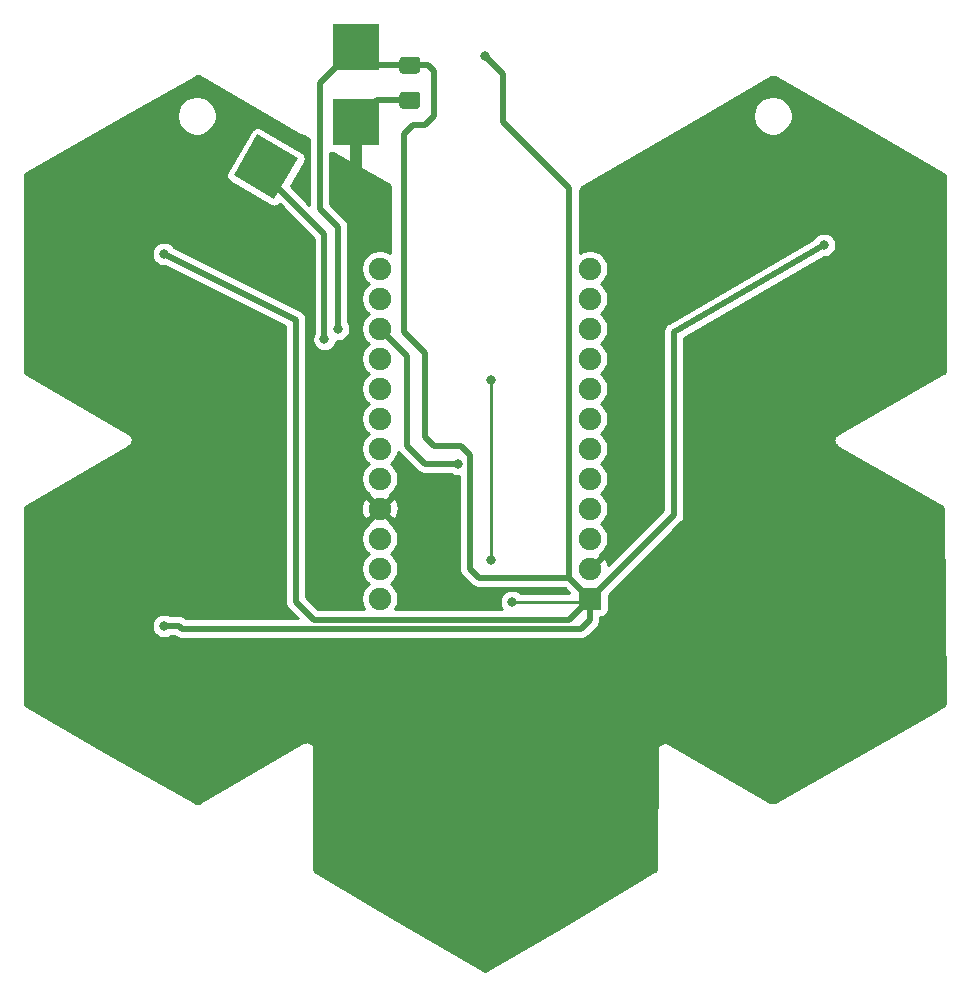
<source format=gbr>
G04 #@! TF.GenerationSoftware,KiCad,Pcbnew,(5.1.10)-1*
G04 #@! TF.CreationDate,2021-05-29T20:37:25-07:00*
G04 #@! TF.ProjectId,snowstake,736e6f77-7374-4616-9b65-2e6b69636164,0.1*
G04 #@! TF.SameCoordinates,Original*
G04 #@! TF.FileFunction,Copper,L2,Bot*
G04 #@! TF.FilePolarity,Positive*
%FSLAX46Y46*%
G04 Gerber Fmt 4.6, Leading zero omitted, Abs format (unit mm)*
G04 Created by KiCad (PCBNEW (5.1.10)-1) date 2021-05-29 20:37:25*
%MOMM*%
%LPD*%
G01*
G04 APERTURE LIST*
G04 #@! TA.AperFunction,SMDPad,CuDef*
%ADD10R,4.000000X4.000000*%
G04 #@! TD*
G04 #@! TA.AperFunction,SMDPad,CuDef*
%ADD11C,0.100000*%
G04 #@! TD*
G04 #@! TA.AperFunction,ComponentPad*
%ADD12C,1.900000*%
G04 #@! TD*
G04 #@! TA.AperFunction,ComponentPad*
%ADD13R,1.900000X1.900000*%
G04 #@! TD*
G04 #@! TA.AperFunction,ViaPad*
%ADD14C,0.800000*%
G04 #@! TD*
G04 #@! TA.AperFunction,Conductor*
%ADD15C,0.500000*%
G04 #@! TD*
G04 #@! TA.AperFunction,Conductor*
%ADD16C,1.000000*%
G04 #@! TD*
G04 #@! TA.AperFunction,Conductor*
%ADD17C,0.250000*%
G04 #@! TD*
G04 #@! TA.AperFunction,Conductor*
%ADD18C,0.254000*%
G04 #@! TD*
G04 #@! TA.AperFunction,Conductor*
%ADD19C,0.100000*%
G04 #@! TD*
G04 APERTURE END LIST*
D10*
X192278000Y-125476000D03*
G04 #@! TA.AperFunction,SMDPad,CuDef*
D11*
G36*
X185390051Y-132018051D02*
G01*
X181925949Y-130018051D01*
X183925949Y-126553949D01*
X187390051Y-128553949D01*
X185390051Y-132018051D01*
G37*
G04 #@! TD.AperFunction*
D10*
X192278000Y-119126000D03*
G04 #@! TA.AperFunction,SMDPad,CuDef*
G36*
G01*
X196225000Y-122949000D02*
X197475000Y-122949000D01*
G75*
G02*
X197725000Y-123199000I0J-250000D01*
G01*
X197725000Y-124124000D01*
G75*
G02*
X197475000Y-124374000I-250000J0D01*
G01*
X196225000Y-124374000D01*
G75*
G02*
X195975000Y-124124000I0J250000D01*
G01*
X195975000Y-123199000D01*
G75*
G02*
X196225000Y-122949000I250000J0D01*
G01*
G37*
G04 #@! TD.AperFunction*
G04 #@! TA.AperFunction,SMDPad,CuDef*
G36*
G01*
X196225000Y-119974000D02*
X197475000Y-119974000D01*
G75*
G02*
X197725000Y-120224000I0J-250000D01*
G01*
X197725000Y-121149000D01*
G75*
G02*
X197475000Y-121399000I-250000J0D01*
G01*
X196225000Y-121399000D01*
G75*
G02*
X195975000Y-121149000I0J250000D01*
G01*
X195975000Y-120224000D01*
G75*
G02*
X196225000Y-119974000I250000J0D01*
G01*
G37*
G04 #@! TD.AperFunction*
D12*
X194307460Y-137910280D03*
X194307460Y-140450280D03*
X194307460Y-142990280D03*
X194307460Y-145530280D03*
X194307460Y-148070280D03*
X194307460Y-150610280D03*
X194307460Y-153150280D03*
X194307460Y-155690280D03*
X194307460Y-158230280D03*
X194307460Y-160770280D03*
X194307460Y-163310280D03*
X194307460Y-165850280D03*
X212087460Y-137910280D03*
X212087460Y-140450280D03*
X212087460Y-142990280D03*
X212087460Y-145530280D03*
X212087460Y-148070280D03*
X212087460Y-150610280D03*
X212087460Y-153150280D03*
X212087460Y-155690280D03*
X212087460Y-158230280D03*
X212087460Y-160770280D03*
X212087460Y-163310280D03*
D13*
X212087460Y-165850280D03*
D14*
X199644000Y-156464000D03*
X205486000Y-166116000D03*
X203200000Y-119888000D03*
X176022000Y-136652000D03*
X231902000Y-135890000D03*
X190754000Y-143002000D03*
X176022000Y-168148000D03*
X203708000Y-147320000D03*
X203708000Y-162560000D03*
X200914000Y-154432000D03*
X189625000Y-143877000D03*
D15*
X194092500Y-123661500D02*
X192278000Y-125476000D01*
X196850000Y-123661500D02*
X194092500Y-123661500D01*
D16*
X192278000Y-125476000D02*
X192278000Y-129540000D01*
D15*
X192278000Y-129540000D02*
X192786000Y-130048000D01*
D17*
X211821740Y-166116000D02*
X212087460Y-165850280D01*
X205486000Y-166116000D02*
X211821740Y-166116000D01*
D15*
X187198000Y-166116000D02*
X188722000Y-167640000D01*
X210297740Y-167640000D02*
X212087460Y-165850280D01*
X188722000Y-167640000D02*
X210297740Y-167640000D01*
X219202000Y-158735740D02*
X212087460Y-165850280D01*
X193838500Y-120686500D02*
X192278000Y-119126000D01*
X196850000Y-120686500D02*
X193838500Y-120686500D01*
X210321180Y-164084000D02*
X212087460Y-165850280D01*
X210312000Y-131064000D02*
X204851000Y-125603000D01*
D17*
X204851000Y-125603000D02*
X204978000Y-125730000D01*
D15*
X231902000Y-135890000D02*
X219202000Y-143256000D01*
X219202000Y-143256000D02*
X219202000Y-158735740D01*
X187198000Y-166116000D02*
X187198000Y-142240000D01*
X187198000Y-142240000D02*
X176022000Y-136652000D01*
X212087460Y-165850280D02*
X212087460Y-167642540D01*
X212087460Y-167642540D02*
X211328000Y-168402000D01*
X211328000Y-168402000D02*
X177546000Y-168402000D01*
X177546000Y-168402000D02*
X177292000Y-168148000D01*
X177292000Y-168148000D02*
X176022000Y-168148000D01*
X210321180Y-158251180D02*
X210312000Y-158242000D01*
X210312000Y-158242000D02*
X210312000Y-131064000D01*
X210321180Y-164084000D02*
X210321180Y-158251180D01*
X198410500Y-120686500D02*
X196850000Y-120686500D01*
X198882000Y-121158000D02*
X198410500Y-120686500D01*
X202692000Y-164084000D02*
X201930000Y-163322000D01*
X201930000Y-163322000D02*
X201930000Y-153670000D01*
X201930000Y-153670000D02*
X201168000Y-152908000D01*
X201168000Y-152908000D02*
X198882000Y-152908000D01*
X198882000Y-152908000D02*
X198120000Y-152146000D01*
X198120000Y-125730000D02*
X198882000Y-124968000D01*
X198120000Y-152146000D02*
X198120000Y-145034000D01*
X198120000Y-145034000D02*
X196342000Y-143256000D01*
X198882000Y-124968000D02*
X198882000Y-121158000D01*
X196342000Y-143256000D02*
X196342000Y-126492000D01*
X196342000Y-126492000D02*
X197104000Y-125730000D01*
X210321180Y-164084000D02*
X202692000Y-164084000D01*
X197104000Y-125730000D02*
X198120000Y-125730000D01*
X189230000Y-122174000D02*
X192278000Y-119126000D01*
X189230000Y-132842000D02*
X189230000Y-122174000D01*
X190754000Y-134366000D02*
X189230000Y-132842000D01*
X190754000Y-143002000D02*
X190754000Y-134366000D01*
X204724000Y-125476000D02*
X204851000Y-125603000D01*
X204724000Y-121412000D02*
X204724000Y-125476000D01*
X203200000Y-119888000D02*
X204724000Y-121412000D01*
D17*
X203708000Y-147320000D02*
X203708000Y-162560000D01*
X203708000Y-162560000D02*
X203708000Y-162560000D01*
D15*
X200914000Y-154432000D02*
X198120000Y-154432000D01*
X198120000Y-154432000D02*
X196596000Y-152908000D01*
X196596000Y-145278820D02*
X194307460Y-142990280D01*
X196596000Y-152908000D02*
X196596000Y-145278820D01*
X189625000Y-135015000D02*
X184912000Y-130302000D01*
X189625000Y-143877000D02*
X189625000Y-135015000D01*
D18*
X179006471Y-121623892D02*
X187583056Y-126579253D01*
X187591551Y-126586225D01*
X187639239Y-126611714D01*
X187657887Y-126622489D01*
X187667846Y-126627005D01*
X187706208Y-126647510D01*
X187726911Y-126653790D01*
X187746622Y-126662729D01*
X187788989Y-126672622D01*
X187830618Y-126685250D01*
X187852156Y-126687371D01*
X187873225Y-126692291D01*
X187893783Y-126692971D01*
X188345001Y-126951809D01*
X188345000Y-132483421D01*
X186768401Y-130906823D01*
X187942638Y-128872985D01*
X187994261Y-128759050D01*
X188022664Y-128637234D01*
X188026757Y-128512217D01*
X188006381Y-128388804D01*
X187962320Y-128271737D01*
X187896268Y-128165515D01*
X187810761Y-128074221D01*
X187709087Y-128001362D01*
X184244985Y-126001362D01*
X184131050Y-125949739D01*
X184009234Y-125921336D01*
X183884217Y-125917243D01*
X183760804Y-125937619D01*
X183643737Y-125981680D01*
X183537515Y-126047732D01*
X183446221Y-126133239D01*
X183373362Y-126234913D01*
X181373362Y-129699015D01*
X181321739Y-129812950D01*
X181293336Y-129934766D01*
X181289243Y-130059783D01*
X181309619Y-130183196D01*
X181353680Y-130300263D01*
X181419732Y-130406485D01*
X181505239Y-130497779D01*
X181606913Y-130570638D01*
X185071015Y-132570638D01*
X185184950Y-132622261D01*
X185306766Y-132650664D01*
X185431783Y-132654757D01*
X185555196Y-132634381D01*
X185672263Y-132590320D01*
X185778485Y-132524268D01*
X185832293Y-132473871D01*
X188740001Y-135381580D01*
X188740000Y-143338546D01*
X188707795Y-143386744D01*
X188629774Y-143575102D01*
X188590000Y-143775061D01*
X188590000Y-143978939D01*
X188629774Y-144178898D01*
X188707795Y-144367256D01*
X188821063Y-144536774D01*
X188965226Y-144680937D01*
X189134744Y-144794205D01*
X189323102Y-144872226D01*
X189523061Y-144912000D01*
X189726939Y-144912000D01*
X189926898Y-144872226D01*
X190115256Y-144794205D01*
X190284774Y-144680937D01*
X190428937Y-144536774D01*
X190542205Y-144367256D01*
X190620226Y-144178898D01*
X190648588Y-144036309D01*
X190652061Y-144037000D01*
X190855939Y-144037000D01*
X191055898Y-143997226D01*
X191244256Y-143919205D01*
X191413774Y-143805937D01*
X191557937Y-143661774D01*
X191671205Y-143492256D01*
X191749226Y-143303898D01*
X191789000Y-143103939D01*
X191789000Y-142900061D01*
X191749226Y-142700102D01*
X191671205Y-142511744D01*
X191639000Y-142463546D01*
X191639000Y-134409465D01*
X191643281Y-134365999D01*
X191639000Y-134322533D01*
X191639000Y-134322523D01*
X191626195Y-134192510D01*
X191575589Y-134025687D01*
X191493411Y-133871941D01*
X191382817Y-133737183D01*
X191349049Y-133709470D01*
X190115000Y-132475422D01*
X190115000Y-128090128D01*
X190153518Y-128101812D01*
X190278000Y-128114072D01*
X190370819Y-128113906D01*
X195004360Y-130771906D01*
X195088422Y-130836084D01*
X195147813Y-130913205D01*
X195185159Y-131003100D01*
X195199000Y-131107952D01*
X195199000Y-136599724D01*
X195058239Y-136505671D01*
X194769787Y-136386191D01*
X194463569Y-136325280D01*
X194151351Y-136325280D01*
X193845133Y-136386191D01*
X193556681Y-136505671D01*
X193297081Y-136679130D01*
X193076310Y-136899901D01*
X192902851Y-137159501D01*
X192783371Y-137447953D01*
X192722460Y-137754171D01*
X192722460Y-138066389D01*
X192783371Y-138372607D01*
X192902851Y-138661059D01*
X193076310Y-138920659D01*
X193297081Y-139141430D01*
X193355224Y-139180280D01*
X193297081Y-139219130D01*
X193076310Y-139439901D01*
X192902851Y-139699501D01*
X192783371Y-139987953D01*
X192722460Y-140294171D01*
X192722460Y-140606389D01*
X192783371Y-140912607D01*
X192902851Y-141201059D01*
X193076310Y-141460659D01*
X193297081Y-141681430D01*
X193355224Y-141720280D01*
X193297081Y-141759130D01*
X193076310Y-141979901D01*
X192902851Y-142239501D01*
X192783371Y-142527953D01*
X192722460Y-142834171D01*
X192722460Y-143146389D01*
X192783371Y-143452607D01*
X192902851Y-143741059D01*
X193076310Y-144000659D01*
X193297081Y-144221430D01*
X193355224Y-144260280D01*
X193297081Y-144299130D01*
X193076310Y-144519901D01*
X192902851Y-144779501D01*
X192783371Y-145067953D01*
X192722460Y-145374171D01*
X192722460Y-145686389D01*
X192783371Y-145992607D01*
X192902851Y-146281059D01*
X193076310Y-146540659D01*
X193297081Y-146761430D01*
X193355224Y-146800280D01*
X193297081Y-146839130D01*
X193076310Y-147059901D01*
X192902851Y-147319501D01*
X192783371Y-147607953D01*
X192722460Y-147914171D01*
X192722460Y-148226389D01*
X192783371Y-148532607D01*
X192902851Y-148821059D01*
X193076310Y-149080659D01*
X193297081Y-149301430D01*
X193355224Y-149340280D01*
X193297081Y-149379130D01*
X193076310Y-149599901D01*
X192902851Y-149859501D01*
X192783371Y-150147953D01*
X192722460Y-150454171D01*
X192722460Y-150766389D01*
X192783371Y-151072607D01*
X192902851Y-151361059D01*
X193076310Y-151620659D01*
X193297081Y-151841430D01*
X193355224Y-151880280D01*
X193297081Y-151919130D01*
X193076310Y-152139901D01*
X192902851Y-152399501D01*
X192783371Y-152687953D01*
X192722460Y-152994171D01*
X192722460Y-153306389D01*
X192783371Y-153612607D01*
X192902851Y-153901059D01*
X193076310Y-154160659D01*
X193297081Y-154381430D01*
X193355224Y-154420280D01*
X193297081Y-154459130D01*
X193076310Y-154679901D01*
X192902851Y-154939501D01*
X192783371Y-155227953D01*
X192722460Y-155534171D01*
X192722460Y-155846389D01*
X192783371Y-156152607D01*
X192902851Y-156441059D01*
X193076310Y-156700659D01*
X193297081Y-156921430D01*
X193429136Y-157009667D01*
X193387313Y-157130528D01*
X194307460Y-158050675D01*
X195227607Y-157130528D01*
X195185784Y-157009667D01*
X195317839Y-156921430D01*
X195538610Y-156700659D01*
X195712069Y-156441059D01*
X195831549Y-156152607D01*
X195892460Y-155846389D01*
X195892460Y-155534171D01*
X195831549Y-155227953D01*
X195712069Y-154939501D01*
X195538610Y-154679901D01*
X195317839Y-154459130D01*
X195259696Y-154420280D01*
X195317839Y-154381430D01*
X195538610Y-154160659D01*
X195712069Y-153901059D01*
X195831549Y-153612607D01*
X195870145Y-153418575D01*
X195967183Y-153536817D01*
X196000954Y-153564532D01*
X197463470Y-155027049D01*
X197491183Y-155060817D01*
X197524951Y-155088530D01*
X197524953Y-155088532D01*
X197596452Y-155147210D01*
X197625941Y-155171411D01*
X197779687Y-155253589D01*
X197946510Y-155304195D01*
X198076523Y-155317000D01*
X198076533Y-155317000D01*
X198119999Y-155321281D01*
X198163465Y-155317000D01*
X200375546Y-155317000D01*
X200423744Y-155349205D01*
X200612102Y-155427226D01*
X200812061Y-155467000D01*
X201015939Y-155467000D01*
X201045001Y-155461219D01*
X201045000Y-163278531D01*
X201040719Y-163322000D01*
X201045000Y-163365469D01*
X201045000Y-163365476D01*
X201057805Y-163495489D01*
X201108411Y-163662312D01*
X201190589Y-163816058D01*
X201301183Y-163950817D01*
X201334956Y-163978534D01*
X202035470Y-164679049D01*
X202063183Y-164712817D01*
X202096951Y-164740530D01*
X202096953Y-164740532D01*
X202115549Y-164755793D01*
X202197941Y-164823411D01*
X202351687Y-164905589D01*
X202518510Y-164956195D01*
X202648523Y-164969000D01*
X202648531Y-164969000D01*
X202692000Y-164973281D01*
X202735469Y-164969000D01*
X209954602Y-164969000D01*
X210341602Y-165356000D01*
X206189711Y-165356000D01*
X206145774Y-165312063D01*
X205976256Y-165198795D01*
X205787898Y-165120774D01*
X205587939Y-165081000D01*
X205384061Y-165081000D01*
X205184102Y-165120774D01*
X204995744Y-165198795D01*
X204826226Y-165312063D01*
X204682063Y-165456226D01*
X204568795Y-165625744D01*
X204490774Y-165814102D01*
X204451000Y-166014061D01*
X204451000Y-166217939D01*
X204490774Y-166417898D01*
X204568795Y-166606256D01*
X204668182Y-166755000D01*
X195609209Y-166755000D01*
X195712069Y-166601059D01*
X195831549Y-166312607D01*
X195892460Y-166006389D01*
X195892460Y-165694171D01*
X195831549Y-165387953D01*
X195712069Y-165099501D01*
X195538610Y-164839901D01*
X195317839Y-164619130D01*
X195259696Y-164580280D01*
X195317839Y-164541430D01*
X195538610Y-164320659D01*
X195712069Y-164061059D01*
X195831549Y-163772607D01*
X195892460Y-163466389D01*
X195892460Y-163154171D01*
X195831549Y-162847953D01*
X195712069Y-162559501D01*
X195538610Y-162299901D01*
X195317839Y-162079130D01*
X195259696Y-162040280D01*
X195317839Y-162001430D01*
X195538610Y-161780659D01*
X195712069Y-161521059D01*
X195831549Y-161232607D01*
X195892460Y-160926389D01*
X195892460Y-160614171D01*
X195831549Y-160307953D01*
X195712069Y-160019501D01*
X195538610Y-159759901D01*
X195317839Y-159539130D01*
X195185784Y-159450893D01*
X195227607Y-159330032D01*
X194307460Y-158409885D01*
X193387313Y-159330032D01*
X193429136Y-159450893D01*
X193297081Y-159539130D01*
X193076310Y-159759901D01*
X192902851Y-160019501D01*
X192783371Y-160307953D01*
X192722460Y-160614171D01*
X192722460Y-160926389D01*
X192783371Y-161232607D01*
X192902851Y-161521059D01*
X193076310Y-161780659D01*
X193297081Y-162001430D01*
X193355224Y-162040280D01*
X193297081Y-162079130D01*
X193076310Y-162299901D01*
X192902851Y-162559501D01*
X192783371Y-162847953D01*
X192722460Y-163154171D01*
X192722460Y-163466389D01*
X192783371Y-163772607D01*
X192902851Y-164061059D01*
X193076310Y-164320659D01*
X193297081Y-164541430D01*
X193355224Y-164580280D01*
X193297081Y-164619130D01*
X193076310Y-164839901D01*
X192902851Y-165099501D01*
X192783371Y-165387953D01*
X192722460Y-165694171D01*
X192722460Y-166006389D01*
X192783371Y-166312607D01*
X192902851Y-166601059D01*
X193005711Y-166755000D01*
X189088579Y-166755000D01*
X188083000Y-165749422D01*
X188083000Y-158294853D01*
X192716101Y-158294853D01*
X192759276Y-158604071D01*
X192861947Y-158898924D01*
X192948418Y-159060701D01*
X193207708Y-159150427D01*
X194127855Y-158230280D01*
X194487065Y-158230280D01*
X195407212Y-159150427D01*
X195666502Y-159060701D01*
X195802395Y-158779609D01*
X195880839Y-158477407D01*
X195898819Y-158165707D01*
X195855644Y-157856489D01*
X195752973Y-157561636D01*
X195666502Y-157399859D01*
X195407212Y-157310133D01*
X194487065Y-158230280D01*
X194127855Y-158230280D01*
X193207708Y-157310133D01*
X192948418Y-157399859D01*
X192812525Y-157680951D01*
X192734081Y-157983153D01*
X192716101Y-158294853D01*
X188083000Y-158294853D01*
X188083000Y-142315011D01*
X188085044Y-142303040D01*
X188083000Y-142227972D01*
X188083000Y-142196523D01*
X188081817Y-142184507D01*
X188080299Y-142128774D01*
X188073293Y-142097961D01*
X188070195Y-142066510D01*
X188054007Y-142013147D01*
X188041646Y-141958784D01*
X188028763Y-141929929D01*
X188019589Y-141899687D01*
X187993307Y-141850516D01*
X187970574Y-141799600D01*
X187952308Y-141773812D01*
X187937411Y-141745941D01*
X187902036Y-141702837D01*
X187869811Y-141657341D01*
X187846866Y-141635612D01*
X187826817Y-141611183D01*
X187783716Y-141575811D01*
X187743231Y-141537472D01*
X187716487Y-141520637D01*
X187692059Y-141500589D01*
X187642891Y-141474309D01*
X187632671Y-141467875D01*
X187604535Y-141453807D01*
X187538313Y-141418411D01*
X187526693Y-141414886D01*
X176898466Y-136100773D01*
X176825937Y-135992226D01*
X176681774Y-135848063D01*
X176512256Y-135734795D01*
X176323898Y-135656774D01*
X176123939Y-135617000D01*
X175920061Y-135617000D01*
X175720102Y-135656774D01*
X175531744Y-135734795D01*
X175362226Y-135848063D01*
X175218063Y-135992226D01*
X175104795Y-136161744D01*
X175026774Y-136350102D01*
X174987000Y-136550061D01*
X174987000Y-136753939D01*
X175026774Y-136953898D01*
X175104795Y-137142256D01*
X175218063Y-137311774D01*
X175362226Y-137455937D01*
X175531744Y-137569205D01*
X175720102Y-137647226D01*
X175920061Y-137687000D01*
X176113081Y-137687000D01*
X186313001Y-142786960D01*
X186313000Y-166072531D01*
X186308719Y-166116000D01*
X186313000Y-166159469D01*
X186313000Y-166159476D01*
X186325805Y-166289489D01*
X186376411Y-166456312D01*
X186458589Y-166610058D01*
X186569183Y-166744817D01*
X186602956Y-166772534D01*
X187347421Y-167517000D01*
X177918157Y-167517000D01*
X177786059Y-167408589D01*
X177632313Y-167326411D01*
X177465490Y-167275805D01*
X177335477Y-167263000D01*
X177335469Y-167263000D01*
X177292000Y-167258719D01*
X177248531Y-167263000D01*
X176560454Y-167263000D01*
X176512256Y-167230795D01*
X176323898Y-167152774D01*
X176123939Y-167113000D01*
X175920061Y-167113000D01*
X175720102Y-167152774D01*
X175531744Y-167230795D01*
X175362226Y-167344063D01*
X175218063Y-167488226D01*
X175104795Y-167657744D01*
X175026774Y-167846102D01*
X174987000Y-168046061D01*
X174987000Y-168249939D01*
X175026774Y-168449898D01*
X175104795Y-168638256D01*
X175218063Y-168807774D01*
X175362226Y-168951937D01*
X175531744Y-169065205D01*
X175720102Y-169143226D01*
X175920061Y-169183000D01*
X176123939Y-169183000D01*
X176323898Y-169143226D01*
X176512256Y-169065205D01*
X176560454Y-169033000D01*
X176919843Y-169033000D01*
X177051941Y-169141411D01*
X177205687Y-169223589D01*
X177372510Y-169274195D01*
X177502523Y-169287000D01*
X177502533Y-169287000D01*
X177545999Y-169291281D01*
X177589465Y-169287000D01*
X211284531Y-169287000D01*
X211328000Y-169291281D01*
X211371469Y-169287000D01*
X211371477Y-169287000D01*
X211501490Y-169274195D01*
X211668313Y-169223589D01*
X211822059Y-169141411D01*
X211956817Y-169030817D01*
X211984534Y-168997044D01*
X212682509Y-168299070D01*
X212716277Y-168271357D01*
X212826871Y-168136599D01*
X212875264Y-168046061D01*
X212909049Y-167982854D01*
X212959655Y-167816030D01*
X212963875Y-167773183D01*
X212972460Y-167686017D01*
X212972460Y-167686009D01*
X212976741Y-167642540D01*
X212972460Y-167599071D01*
X212972460Y-167438352D01*
X213037460Y-167438352D01*
X213161942Y-167426092D01*
X213281640Y-167389782D01*
X213391954Y-167330817D01*
X213488645Y-167251465D01*
X213567997Y-167154774D01*
X213626962Y-167044460D01*
X213663272Y-166924762D01*
X213675532Y-166800280D01*
X213675532Y-165513786D01*
X219797049Y-159392270D01*
X219830817Y-159364557D01*
X219859152Y-159330032D01*
X219941410Y-159229800D01*
X219941411Y-159229799D01*
X220023589Y-159076053D01*
X220074195Y-158909230D01*
X220087000Y-158779217D01*
X220087000Y-158779209D01*
X220091281Y-158735740D01*
X220087000Y-158692271D01*
X220087000Y-143765783D01*
X231881456Y-136925000D01*
X232003939Y-136925000D01*
X232203898Y-136885226D01*
X232392256Y-136807205D01*
X232561774Y-136693937D01*
X232705937Y-136549774D01*
X232819205Y-136380256D01*
X232897226Y-136191898D01*
X232937000Y-135991939D01*
X232937000Y-135788061D01*
X232897226Y-135588102D01*
X232819205Y-135399744D01*
X232705937Y-135230226D01*
X232561774Y-135086063D01*
X232392256Y-134972795D01*
X232203898Y-134894774D01*
X232003939Y-134855000D01*
X231800061Y-134855000D01*
X231600102Y-134894774D01*
X231411744Y-134972795D01*
X231242226Y-135086063D01*
X231098063Y-135230226D01*
X230985722Y-135398356D01*
X218771275Y-142482737D01*
X218707941Y-142516589D01*
X218662271Y-142554070D01*
X218614330Y-142588568D01*
X218595043Y-142609243D01*
X218573183Y-142627183D01*
X218535700Y-142672856D01*
X218495413Y-142716042D01*
X218480532Y-142740078D01*
X218462589Y-142761942D01*
X218434742Y-142814040D01*
X218403648Y-142864265D01*
X218393738Y-142890754D01*
X218380411Y-142915688D01*
X218363263Y-142972215D01*
X218342565Y-143027543D01*
X218338015Y-143055447D01*
X218329805Y-143082511D01*
X218324014Y-143141310D01*
X218314509Y-143199600D01*
X218317000Y-143271334D01*
X218317001Y-158369160D01*
X213649615Y-163036547D01*
X213635644Y-162936489D01*
X213532973Y-162641636D01*
X213446502Y-162479859D01*
X213187212Y-162390133D01*
X212267065Y-163310280D01*
X212281208Y-163324423D01*
X212101603Y-163504028D01*
X212087460Y-163489885D01*
X212073318Y-163504028D01*
X211893713Y-163324423D01*
X211907855Y-163310280D01*
X211893713Y-163296138D01*
X212073318Y-163116533D01*
X212087460Y-163130675D01*
X213007607Y-162210528D01*
X212965784Y-162089667D01*
X213097839Y-162001430D01*
X213318610Y-161780659D01*
X213492069Y-161521059D01*
X213611549Y-161232607D01*
X213672460Y-160926389D01*
X213672460Y-160614171D01*
X213611549Y-160307953D01*
X213492069Y-160019501D01*
X213318610Y-159759901D01*
X213097839Y-159539130D01*
X213039696Y-159500280D01*
X213097839Y-159461430D01*
X213318610Y-159240659D01*
X213492069Y-158981059D01*
X213611549Y-158692607D01*
X213672460Y-158386389D01*
X213672460Y-158074171D01*
X213611549Y-157767953D01*
X213492069Y-157479501D01*
X213318610Y-157219901D01*
X213097839Y-156999130D01*
X213039696Y-156960280D01*
X213097839Y-156921430D01*
X213318610Y-156700659D01*
X213492069Y-156441059D01*
X213611549Y-156152607D01*
X213672460Y-155846389D01*
X213672460Y-155534171D01*
X213611549Y-155227953D01*
X213492069Y-154939501D01*
X213318610Y-154679901D01*
X213097839Y-154459130D01*
X213039696Y-154420280D01*
X213097839Y-154381430D01*
X213318610Y-154160659D01*
X213492069Y-153901059D01*
X213611549Y-153612607D01*
X213672460Y-153306389D01*
X213672460Y-152994171D01*
X213611549Y-152687953D01*
X213492069Y-152399501D01*
X213318610Y-152139901D01*
X213097839Y-151919130D01*
X213039696Y-151880280D01*
X213097839Y-151841430D01*
X213318610Y-151620659D01*
X213492069Y-151361059D01*
X213611549Y-151072607D01*
X213672460Y-150766389D01*
X213672460Y-150454171D01*
X213611549Y-150147953D01*
X213492069Y-149859501D01*
X213318610Y-149599901D01*
X213097839Y-149379130D01*
X213039696Y-149340280D01*
X213097839Y-149301430D01*
X213318610Y-149080659D01*
X213492069Y-148821059D01*
X213611549Y-148532607D01*
X213672460Y-148226389D01*
X213672460Y-147914171D01*
X213611549Y-147607953D01*
X213492069Y-147319501D01*
X213318610Y-147059901D01*
X213097839Y-146839130D01*
X213039696Y-146800280D01*
X213097839Y-146761430D01*
X213318610Y-146540659D01*
X213492069Y-146281059D01*
X213611549Y-145992607D01*
X213672460Y-145686389D01*
X213672460Y-145374171D01*
X213611549Y-145067953D01*
X213492069Y-144779501D01*
X213318610Y-144519901D01*
X213097839Y-144299130D01*
X213039696Y-144260280D01*
X213097839Y-144221430D01*
X213318610Y-144000659D01*
X213492069Y-143741059D01*
X213611549Y-143452607D01*
X213672460Y-143146389D01*
X213672460Y-142834171D01*
X213611549Y-142527953D01*
X213492069Y-142239501D01*
X213318610Y-141979901D01*
X213097839Y-141759130D01*
X213039696Y-141720280D01*
X213097839Y-141681430D01*
X213318610Y-141460659D01*
X213492069Y-141201059D01*
X213611549Y-140912607D01*
X213672460Y-140606389D01*
X213672460Y-140294171D01*
X213611549Y-139987953D01*
X213492069Y-139699501D01*
X213318610Y-139439901D01*
X213097839Y-139219130D01*
X213039696Y-139180280D01*
X213097839Y-139141430D01*
X213318610Y-138920659D01*
X213492069Y-138661059D01*
X213611549Y-138372607D01*
X213672460Y-138066389D01*
X213672460Y-137754171D01*
X213611549Y-137447953D01*
X213492069Y-137159501D01*
X213318610Y-136899901D01*
X213097839Y-136679130D01*
X212838239Y-136505671D01*
X212549787Y-136386191D01*
X212243569Y-136325280D01*
X211931351Y-136325280D01*
X211625133Y-136386191D01*
X211336681Y-136505671D01*
X211243505Y-136567929D01*
X211275402Y-131358166D01*
X211289529Y-131254699D01*
X211326500Y-131165982D01*
X211384973Y-131089699D01*
X211467618Y-131025868D01*
X222137033Y-124802042D01*
X225899000Y-124802042D01*
X225899000Y-125133958D01*
X225963754Y-125459496D01*
X226090772Y-125766147D01*
X226275175Y-126042125D01*
X226509875Y-126276825D01*
X226785853Y-126461228D01*
X227092504Y-126588246D01*
X227418042Y-126653000D01*
X227749958Y-126653000D01*
X228075496Y-126588246D01*
X228382147Y-126461228D01*
X228658125Y-126276825D01*
X228892825Y-126042125D01*
X229077228Y-125766147D01*
X229204246Y-125459496D01*
X229269000Y-125133958D01*
X229269000Y-124802042D01*
X229204246Y-124476504D01*
X229077228Y-124169853D01*
X228892825Y-123893875D01*
X228658125Y-123659175D01*
X228382147Y-123474772D01*
X228075496Y-123347754D01*
X227749958Y-123283000D01*
X227418042Y-123283000D01*
X227092504Y-123347754D01*
X226785853Y-123474772D01*
X226509875Y-123659175D01*
X226275175Y-123893875D01*
X226090772Y-124169853D01*
X225963754Y-124476504D01*
X225899000Y-124802042D01*
X222137033Y-124802042D01*
X227417995Y-121721481D01*
X227514885Y-121680784D01*
X227610713Y-121667589D01*
X227706701Y-121679554D01*
X227804113Y-121719008D01*
X233833652Y-125133325D01*
X242164000Y-129970749D01*
X242164001Y-146629870D01*
X242163146Y-146631914D01*
X242103393Y-146709031D01*
X242018916Y-146773051D01*
X233031167Y-151882837D01*
X233015354Y-151893472D01*
X232897807Y-151986055D01*
X232879853Y-152003303D01*
X232871805Y-152013774D01*
X232786916Y-152136992D01*
X232774869Y-152158780D01*
X232770280Y-152171163D01*
X232725651Y-152313981D01*
X232720590Y-152338358D01*
X232719870Y-152351545D01*
X232719498Y-152501174D01*
X232721877Y-152525957D01*
X232725092Y-152538766D01*
X232769010Y-152681805D01*
X232778615Y-152704774D01*
X232785476Y-152716059D01*
X232869751Y-152839698D01*
X232885722Y-152858796D01*
X232895615Y-152867546D01*
X233012700Y-152960712D01*
X233028459Y-152971425D01*
X241819157Y-158027215D01*
X241902532Y-158090874D01*
X241961601Y-158167242D01*
X241999024Y-158256246D01*
X242013422Y-158360155D01*
X242135934Y-174654232D01*
X242122585Y-174760311D01*
X242085118Y-174851309D01*
X242025100Y-174929287D01*
X241997929Y-174949918D01*
X240902181Y-175583625D01*
X227751232Y-183056272D01*
X227654442Y-183095722D01*
X227559019Y-183107968D01*
X227463649Y-183095329D01*
X227367026Y-183055482D01*
X218712726Y-178090646D01*
X218695682Y-178082489D01*
X218557462Y-178028572D01*
X218533493Y-178021842D01*
X218520712Y-178020238D01*
X218372755Y-178009253D01*
X218347866Y-178009852D01*
X218335175Y-178012069D01*
X218190508Y-178044986D01*
X218166891Y-178052863D01*
X218155411Y-178058706D01*
X218026773Y-178132624D01*
X218006506Y-178147084D01*
X217997245Y-178156039D01*
X217895960Y-178264452D01*
X217880829Y-178284223D01*
X217874604Y-178295502D01*
X217809592Y-178428864D01*
X217800929Y-178452204D01*
X217798288Y-178464812D01*
X217775272Y-178611379D01*
X217773737Y-178630211D01*
X217705387Y-188609272D01*
X217691476Y-188711657D01*
X217655192Y-188799566D01*
X217597798Y-188875405D01*
X217516596Y-188939285D01*
X209828471Y-193530804D01*
X203200075Y-197357849D01*
X195182039Y-192726396D01*
X188936959Y-189016340D01*
X188854963Y-188951989D01*
X188797146Y-188875415D01*
X188760846Y-188786607D01*
X188747400Y-188683237D01*
X188747400Y-178565007D01*
X188745981Y-178546073D01*
X188723755Y-178398655D01*
X188717648Y-178374520D01*
X188712590Y-178362472D01*
X188647889Y-178228161D01*
X188634938Y-178206898D01*
X188626553Y-178196877D01*
X188525128Y-178087612D01*
X188506483Y-178071113D01*
X188495516Y-178064009D01*
X188366384Y-177989505D01*
X188343704Y-177979237D01*
X188331130Y-177975683D01*
X188185772Y-177942563D01*
X188161073Y-177939438D01*
X188148009Y-177939748D01*
X187999348Y-177950957D01*
X187974825Y-177955254D01*
X187962435Y-177959402D01*
X187823687Y-178013943D01*
X187806585Y-178022191D01*
X179057039Y-183080522D01*
X178960701Y-183120652D01*
X178865533Y-183133647D01*
X178770211Y-183121837D01*
X178673388Y-183082912D01*
X171567696Y-179092043D01*
X164236000Y-174853788D01*
X164236000Y-158064109D01*
X173003148Y-152998647D01*
X173013132Y-152994893D01*
X173059314Y-152966195D01*
X173078253Y-152955253D01*
X173086888Y-152949061D01*
X173123557Y-152926275D01*
X173139583Y-152911275D01*
X173157433Y-152898475D01*
X173186952Y-152866937D01*
X173218474Y-152837433D01*
X173231268Y-152819592D01*
X173246275Y-152803558D01*
X173269073Y-152766870D01*
X173294235Y-152731780D01*
X173303302Y-152711786D01*
X173314893Y-152693133D01*
X173330094Y-152652705D01*
X173347929Y-152613377D01*
X173352921Y-152591996D01*
X173360650Y-152571442D01*
X173367672Y-152528823D01*
X173377491Y-152486774D01*
X173378216Y-152464833D01*
X173381787Y-152443163D01*
X173380360Y-152400000D01*
X173381787Y-152356837D01*
X173378216Y-152335167D01*
X173377491Y-152313226D01*
X173367672Y-152271177D01*
X173360650Y-152228558D01*
X173352921Y-152208004D01*
X173347929Y-152186623D01*
X173330094Y-152147295D01*
X173314893Y-152106867D01*
X173303302Y-152088214D01*
X173294235Y-152068220D01*
X173269073Y-152033130D01*
X173246275Y-151996442D01*
X173231268Y-151980408D01*
X173218474Y-151962567D01*
X173186952Y-151933063D01*
X173157433Y-151901525D01*
X173139583Y-151888725D01*
X173123557Y-151873725D01*
X173086888Y-151850939D01*
X173078253Y-151844747D01*
X173059314Y-151833805D01*
X173013132Y-151805107D01*
X173003148Y-151801353D01*
X164306635Y-146776702D01*
X164259622Y-146713452D01*
X164236000Y-146654908D01*
X164236000Y-129962664D01*
X164258839Y-129908106D01*
X169585210Y-126836566D01*
X173191866Y-124802042D01*
X177131000Y-124802042D01*
X177131000Y-125133958D01*
X177195754Y-125459496D01*
X177322772Y-125766147D01*
X177507175Y-126042125D01*
X177741875Y-126276825D01*
X178017853Y-126461228D01*
X178324504Y-126588246D01*
X178650042Y-126653000D01*
X178981958Y-126653000D01*
X179307496Y-126588246D01*
X179614147Y-126461228D01*
X179890125Y-126276825D01*
X180124825Y-126042125D01*
X180309228Y-125766147D01*
X180436246Y-125459496D01*
X180501000Y-125133958D01*
X180501000Y-124802042D01*
X180436246Y-124476504D01*
X180309228Y-124169853D01*
X180124825Y-123893875D01*
X179890125Y-123659175D01*
X179614147Y-123474772D01*
X179307496Y-123347754D01*
X178981958Y-123283000D01*
X178650042Y-123283000D01*
X178324504Y-123347754D01*
X178017853Y-123474772D01*
X177741875Y-123659175D01*
X177507175Y-123893875D01*
X177322772Y-124169853D01*
X177195754Y-124476504D01*
X177131000Y-124802042D01*
X173191866Y-124802042D01*
X178750499Y-121666403D01*
X178847110Y-121627333D01*
X178942267Y-121615308D01*
X179006471Y-121623892D01*
G04 #@! TA.AperFunction,Conductor*
D19*
G36*
X179006471Y-121623892D02*
G01*
X187583056Y-126579253D01*
X187591551Y-126586225D01*
X187639239Y-126611714D01*
X187657887Y-126622489D01*
X187667846Y-126627005D01*
X187706208Y-126647510D01*
X187726911Y-126653790D01*
X187746622Y-126662729D01*
X187788989Y-126672622D01*
X187830618Y-126685250D01*
X187852156Y-126687371D01*
X187873225Y-126692291D01*
X187893783Y-126692971D01*
X188345001Y-126951809D01*
X188345000Y-132483421D01*
X186768401Y-130906823D01*
X187942638Y-128872985D01*
X187994261Y-128759050D01*
X188022664Y-128637234D01*
X188026757Y-128512217D01*
X188006381Y-128388804D01*
X187962320Y-128271737D01*
X187896268Y-128165515D01*
X187810761Y-128074221D01*
X187709087Y-128001362D01*
X184244985Y-126001362D01*
X184131050Y-125949739D01*
X184009234Y-125921336D01*
X183884217Y-125917243D01*
X183760804Y-125937619D01*
X183643737Y-125981680D01*
X183537515Y-126047732D01*
X183446221Y-126133239D01*
X183373362Y-126234913D01*
X181373362Y-129699015D01*
X181321739Y-129812950D01*
X181293336Y-129934766D01*
X181289243Y-130059783D01*
X181309619Y-130183196D01*
X181353680Y-130300263D01*
X181419732Y-130406485D01*
X181505239Y-130497779D01*
X181606913Y-130570638D01*
X185071015Y-132570638D01*
X185184950Y-132622261D01*
X185306766Y-132650664D01*
X185431783Y-132654757D01*
X185555196Y-132634381D01*
X185672263Y-132590320D01*
X185778485Y-132524268D01*
X185832293Y-132473871D01*
X188740001Y-135381580D01*
X188740000Y-143338546D01*
X188707795Y-143386744D01*
X188629774Y-143575102D01*
X188590000Y-143775061D01*
X188590000Y-143978939D01*
X188629774Y-144178898D01*
X188707795Y-144367256D01*
X188821063Y-144536774D01*
X188965226Y-144680937D01*
X189134744Y-144794205D01*
X189323102Y-144872226D01*
X189523061Y-144912000D01*
X189726939Y-144912000D01*
X189926898Y-144872226D01*
X190115256Y-144794205D01*
X190284774Y-144680937D01*
X190428937Y-144536774D01*
X190542205Y-144367256D01*
X190620226Y-144178898D01*
X190648588Y-144036309D01*
X190652061Y-144037000D01*
X190855939Y-144037000D01*
X191055898Y-143997226D01*
X191244256Y-143919205D01*
X191413774Y-143805937D01*
X191557937Y-143661774D01*
X191671205Y-143492256D01*
X191749226Y-143303898D01*
X191789000Y-143103939D01*
X191789000Y-142900061D01*
X191749226Y-142700102D01*
X191671205Y-142511744D01*
X191639000Y-142463546D01*
X191639000Y-134409465D01*
X191643281Y-134365999D01*
X191639000Y-134322533D01*
X191639000Y-134322523D01*
X191626195Y-134192510D01*
X191575589Y-134025687D01*
X191493411Y-133871941D01*
X191382817Y-133737183D01*
X191349049Y-133709470D01*
X190115000Y-132475422D01*
X190115000Y-128090128D01*
X190153518Y-128101812D01*
X190278000Y-128114072D01*
X190370819Y-128113906D01*
X195004360Y-130771906D01*
X195088422Y-130836084D01*
X195147813Y-130913205D01*
X195185159Y-131003100D01*
X195199000Y-131107952D01*
X195199000Y-136599724D01*
X195058239Y-136505671D01*
X194769787Y-136386191D01*
X194463569Y-136325280D01*
X194151351Y-136325280D01*
X193845133Y-136386191D01*
X193556681Y-136505671D01*
X193297081Y-136679130D01*
X193076310Y-136899901D01*
X192902851Y-137159501D01*
X192783371Y-137447953D01*
X192722460Y-137754171D01*
X192722460Y-138066389D01*
X192783371Y-138372607D01*
X192902851Y-138661059D01*
X193076310Y-138920659D01*
X193297081Y-139141430D01*
X193355224Y-139180280D01*
X193297081Y-139219130D01*
X193076310Y-139439901D01*
X192902851Y-139699501D01*
X192783371Y-139987953D01*
X192722460Y-140294171D01*
X192722460Y-140606389D01*
X192783371Y-140912607D01*
X192902851Y-141201059D01*
X193076310Y-141460659D01*
X193297081Y-141681430D01*
X193355224Y-141720280D01*
X193297081Y-141759130D01*
X193076310Y-141979901D01*
X192902851Y-142239501D01*
X192783371Y-142527953D01*
X192722460Y-142834171D01*
X192722460Y-143146389D01*
X192783371Y-143452607D01*
X192902851Y-143741059D01*
X193076310Y-144000659D01*
X193297081Y-144221430D01*
X193355224Y-144260280D01*
X193297081Y-144299130D01*
X193076310Y-144519901D01*
X192902851Y-144779501D01*
X192783371Y-145067953D01*
X192722460Y-145374171D01*
X192722460Y-145686389D01*
X192783371Y-145992607D01*
X192902851Y-146281059D01*
X193076310Y-146540659D01*
X193297081Y-146761430D01*
X193355224Y-146800280D01*
X193297081Y-146839130D01*
X193076310Y-147059901D01*
X192902851Y-147319501D01*
X192783371Y-147607953D01*
X192722460Y-147914171D01*
X192722460Y-148226389D01*
X192783371Y-148532607D01*
X192902851Y-148821059D01*
X193076310Y-149080659D01*
X193297081Y-149301430D01*
X193355224Y-149340280D01*
X193297081Y-149379130D01*
X193076310Y-149599901D01*
X192902851Y-149859501D01*
X192783371Y-150147953D01*
X192722460Y-150454171D01*
X192722460Y-150766389D01*
X192783371Y-151072607D01*
X192902851Y-151361059D01*
X193076310Y-151620659D01*
X193297081Y-151841430D01*
X193355224Y-151880280D01*
X193297081Y-151919130D01*
X193076310Y-152139901D01*
X192902851Y-152399501D01*
X192783371Y-152687953D01*
X192722460Y-152994171D01*
X192722460Y-153306389D01*
X192783371Y-153612607D01*
X192902851Y-153901059D01*
X193076310Y-154160659D01*
X193297081Y-154381430D01*
X193355224Y-154420280D01*
X193297081Y-154459130D01*
X193076310Y-154679901D01*
X192902851Y-154939501D01*
X192783371Y-155227953D01*
X192722460Y-155534171D01*
X192722460Y-155846389D01*
X192783371Y-156152607D01*
X192902851Y-156441059D01*
X193076310Y-156700659D01*
X193297081Y-156921430D01*
X193429136Y-157009667D01*
X193387313Y-157130528D01*
X194307460Y-158050675D01*
X195227607Y-157130528D01*
X195185784Y-157009667D01*
X195317839Y-156921430D01*
X195538610Y-156700659D01*
X195712069Y-156441059D01*
X195831549Y-156152607D01*
X195892460Y-155846389D01*
X195892460Y-155534171D01*
X195831549Y-155227953D01*
X195712069Y-154939501D01*
X195538610Y-154679901D01*
X195317839Y-154459130D01*
X195259696Y-154420280D01*
X195317839Y-154381430D01*
X195538610Y-154160659D01*
X195712069Y-153901059D01*
X195831549Y-153612607D01*
X195870145Y-153418575D01*
X195967183Y-153536817D01*
X196000954Y-153564532D01*
X197463470Y-155027049D01*
X197491183Y-155060817D01*
X197524951Y-155088530D01*
X197524953Y-155088532D01*
X197596452Y-155147210D01*
X197625941Y-155171411D01*
X197779687Y-155253589D01*
X197946510Y-155304195D01*
X198076523Y-155317000D01*
X198076533Y-155317000D01*
X198119999Y-155321281D01*
X198163465Y-155317000D01*
X200375546Y-155317000D01*
X200423744Y-155349205D01*
X200612102Y-155427226D01*
X200812061Y-155467000D01*
X201015939Y-155467000D01*
X201045001Y-155461219D01*
X201045000Y-163278531D01*
X201040719Y-163322000D01*
X201045000Y-163365469D01*
X201045000Y-163365476D01*
X201057805Y-163495489D01*
X201108411Y-163662312D01*
X201190589Y-163816058D01*
X201301183Y-163950817D01*
X201334956Y-163978534D01*
X202035470Y-164679049D01*
X202063183Y-164712817D01*
X202096951Y-164740530D01*
X202096953Y-164740532D01*
X202115549Y-164755793D01*
X202197941Y-164823411D01*
X202351687Y-164905589D01*
X202518510Y-164956195D01*
X202648523Y-164969000D01*
X202648531Y-164969000D01*
X202692000Y-164973281D01*
X202735469Y-164969000D01*
X209954602Y-164969000D01*
X210341602Y-165356000D01*
X206189711Y-165356000D01*
X206145774Y-165312063D01*
X205976256Y-165198795D01*
X205787898Y-165120774D01*
X205587939Y-165081000D01*
X205384061Y-165081000D01*
X205184102Y-165120774D01*
X204995744Y-165198795D01*
X204826226Y-165312063D01*
X204682063Y-165456226D01*
X204568795Y-165625744D01*
X204490774Y-165814102D01*
X204451000Y-166014061D01*
X204451000Y-166217939D01*
X204490774Y-166417898D01*
X204568795Y-166606256D01*
X204668182Y-166755000D01*
X195609209Y-166755000D01*
X195712069Y-166601059D01*
X195831549Y-166312607D01*
X195892460Y-166006389D01*
X195892460Y-165694171D01*
X195831549Y-165387953D01*
X195712069Y-165099501D01*
X195538610Y-164839901D01*
X195317839Y-164619130D01*
X195259696Y-164580280D01*
X195317839Y-164541430D01*
X195538610Y-164320659D01*
X195712069Y-164061059D01*
X195831549Y-163772607D01*
X195892460Y-163466389D01*
X195892460Y-163154171D01*
X195831549Y-162847953D01*
X195712069Y-162559501D01*
X195538610Y-162299901D01*
X195317839Y-162079130D01*
X195259696Y-162040280D01*
X195317839Y-162001430D01*
X195538610Y-161780659D01*
X195712069Y-161521059D01*
X195831549Y-161232607D01*
X195892460Y-160926389D01*
X195892460Y-160614171D01*
X195831549Y-160307953D01*
X195712069Y-160019501D01*
X195538610Y-159759901D01*
X195317839Y-159539130D01*
X195185784Y-159450893D01*
X195227607Y-159330032D01*
X194307460Y-158409885D01*
X193387313Y-159330032D01*
X193429136Y-159450893D01*
X193297081Y-159539130D01*
X193076310Y-159759901D01*
X192902851Y-160019501D01*
X192783371Y-160307953D01*
X192722460Y-160614171D01*
X192722460Y-160926389D01*
X192783371Y-161232607D01*
X192902851Y-161521059D01*
X193076310Y-161780659D01*
X193297081Y-162001430D01*
X193355224Y-162040280D01*
X193297081Y-162079130D01*
X193076310Y-162299901D01*
X192902851Y-162559501D01*
X192783371Y-162847953D01*
X192722460Y-163154171D01*
X192722460Y-163466389D01*
X192783371Y-163772607D01*
X192902851Y-164061059D01*
X193076310Y-164320659D01*
X193297081Y-164541430D01*
X193355224Y-164580280D01*
X193297081Y-164619130D01*
X193076310Y-164839901D01*
X192902851Y-165099501D01*
X192783371Y-165387953D01*
X192722460Y-165694171D01*
X192722460Y-166006389D01*
X192783371Y-166312607D01*
X192902851Y-166601059D01*
X193005711Y-166755000D01*
X189088579Y-166755000D01*
X188083000Y-165749422D01*
X188083000Y-158294853D01*
X192716101Y-158294853D01*
X192759276Y-158604071D01*
X192861947Y-158898924D01*
X192948418Y-159060701D01*
X193207708Y-159150427D01*
X194127855Y-158230280D01*
X194487065Y-158230280D01*
X195407212Y-159150427D01*
X195666502Y-159060701D01*
X195802395Y-158779609D01*
X195880839Y-158477407D01*
X195898819Y-158165707D01*
X195855644Y-157856489D01*
X195752973Y-157561636D01*
X195666502Y-157399859D01*
X195407212Y-157310133D01*
X194487065Y-158230280D01*
X194127855Y-158230280D01*
X193207708Y-157310133D01*
X192948418Y-157399859D01*
X192812525Y-157680951D01*
X192734081Y-157983153D01*
X192716101Y-158294853D01*
X188083000Y-158294853D01*
X188083000Y-142315011D01*
X188085044Y-142303040D01*
X188083000Y-142227972D01*
X188083000Y-142196523D01*
X188081817Y-142184507D01*
X188080299Y-142128774D01*
X188073293Y-142097961D01*
X188070195Y-142066510D01*
X188054007Y-142013147D01*
X188041646Y-141958784D01*
X188028763Y-141929929D01*
X188019589Y-141899687D01*
X187993307Y-141850516D01*
X187970574Y-141799600D01*
X187952308Y-141773812D01*
X187937411Y-141745941D01*
X187902036Y-141702837D01*
X187869811Y-141657341D01*
X187846866Y-141635612D01*
X187826817Y-141611183D01*
X187783716Y-141575811D01*
X187743231Y-141537472D01*
X187716487Y-141520637D01*
X187692059Y-141500589D01*
X187642891Y-141474309D01*
X187632671Y-141467875D01*
X187604535Y-141453807D01*
X187538313Y-141418411D01*
X187526693Y-141414886D01*
X176898466Y-136100773D01*
X176825937Y-135992226D01*
X176681774Y-135848063D01*
X176512256Y-135734795D01*
X176323898Y-135656774D01*
X176123939Y-135617000D01*
X175920061Y-135617000D01*
X175720102Y-135656774D01*
X175531744Y-135734795D01*
X175362226Y-135848063D01*
X175218063Y-135992226D01*
X175104795Y-136161744D01*
X175026774Y-136350102D01*
X174987000Y-136550061D01*
X174987000Y-136753939D01*
X175026774Y-136953898D01*
X175104795Y-137142256D01*
X175218063Y-137311774D01*
X175362226Y-137455937D01*
X175531744Y-137569205D01*
X175720102Y-137647226D01*
X175920061Y-137687000D01*
X176113081Y-137687000D01*
X186313001Y-142786960D01*
X186313000Y-166072531D01*
X186308719Y-166116000D01*
X186313000Y-166159469D01*
X186313000Y-166159476D01*
X186325805Y-166289489D01*
X186376411Y-166456312D01*
X186458589Y-166610058D01*
X186569183Y-166744817D01*
X186602956Y-166772534D01*
X187347421Y-167517000D01*
X177918157Y-167517000D01*
X177786059Y-167408589D01*
X177632313Y-167326411D01*
X177465490Y-167275805D01*
X177335477Y-167263000D01*
X177335469Y-167263000D01*
X177292000Y-167258719D01*
X177248531Y-167263000D01*
X176560454Y-167263000D01*
X176512256Y-167230795D01*
X176323898Y-167152774D01*
X176123939Y-167113000D01*
X175920061Y-167113000D01*
X175720102Y-167152774D01*
X175531744Y-167230795D01*
X175362226Y-167344063D01*
X175218063Y-167488226D01*
X175104795Y-167657744D01*
X175026774Y-167846102D01*
X174987000Y-168046061D01*
X174987000Y-168249939D01*
X175026774Y-168449898D01*
X175104795Y-168638256D01*
X175218063Y-168807774D01*
X175362226Y-168951937D01*
X175531744Y-169065205D01*
X175720102Y-169143226D01*
X175920061Y-169183000D01*
X176123939Y-169183000D01*
X176323898Y-169143226D01*
X176512256Y-169065205D01*
X176560454Y-169033000D01*
X176919843Y-169033000D01*
X177051941Y-169141411D01*
X177205687Y-169223589D01*
X177372510Y-169274195D01*
X177502523Y-169287000D01*
X177502533Y-169287000D01*
X177545999Y-169291281D01*
X177589465Y-169287000D01*
X211284531Y-169287000D01*
X211328000Y-169291281D01*
X211371469Y-169287000D01*
X211371477Y-169287000D01*
X211501490Y-169274195D01*
X211668313Y-169223589D01*
X211822059Y-169141411D01*
X211956817Y-169030817D01*
X211984534Y-168997044D01*
X212682509Y-168299070D01*
X212716277Y-168271357D01*
X212826871Y-168136599D01*
X212875264Y-168046061D01*
X212909049Y-167982854D01*
X212959655Y-167816030D01*
X212963875Y-167773183D01*
X212972460Y-167686017D01*
X212972460Y-167686009D01*
X212976741Y-167642540D01*
X212972460Y-167599071D01*
X212972460Y-167438352D01*
X213037460Y-167438352D01*
X213161942Y-167426092D01*
X213281640Y-167389782D01*
X213391954Y-167330817D01*
X213488645Y-167251465D01*
X213567997Y-167154774D01*
X213626962Y-167044460D01*
X213663272Y-166924762D01*
X213675532Y-166800280D01*
X213675532Y-165513786D01*
X219797049Y-159392270D01*
X219830817Y-159364557D01*
X219859152Y-159330032D01*
X219941410Y-159229800D01*
X219941411Y-159229799D01*
X220023589Y-159076053D01*
X220074195Y-158909230D01*
X220087000Y-158779217D01*
X220087000Y-158779209D01*
X220091281Y-158735740D01*
X220087000Y-158692271D01*
X220087000Y-143765783D01*
X231881456Y-136925000D01*
X232003939Y-136925000D01*
X232203898Y-136885226D01*
X232392256Y-136807205D01*
X232561774Y-136693937D01*
X232705937Y-136549774D01*
X232819205Y-136380256D01*
X232897226Y-136191898D01*
X232937000Y-135991939D01*
X232937000Y-135788061D01*
X232897226Y-135588102D01*
X232819205Y-135399744D01*
X232705937Y-135230226D01*
X232561774Y-135086063D01*
X232392256Y-134972795D01*
X232203898Y-134894774D01*
X232003939Y-134855000D01*
X231800061Y-134855000D01*
X231600102Y-134894774D01*
X231411744Y-134972795D01*
X231242226Y-135086063D01*
X231098063Y-135230226D01*
X230985722Y-135398356D01*
X218771275Y-142482737D01*
X218707941Y-142516589D01*
X218662271Y-142554070D01*
X218614330Y-142588568D01*
X218595043Y-142609243D01*
X218573183Y-142627183D01*
X218535700Y-142672856D01*
X218495413Y-142716042D01*
X218480532Y-142740078D01*
X218462589Y-142761942D01*
X218434742Y-142814040D01*
X218403648Y-142864265D01*
X218393738Y-142890754D01*
X218380411Y-142915688D01*
X218363263Y-142972215D01*
X218342565Y-143027543D01*
X218338015Y-143055447D01*
X218329805Y-143082511D01*
X218324014Y-143141310D01*
X218314509Y-143199600D01*
X218317000Y-143271334D01*
X218317001Y-158369160D01*
X213649615Y-163036547D01*
X213635644Y-162936489D01*
X213532973Y-162641636D01*
X213446502Y-162479859D01*
X213187212Y-162390133D01*
X212267065Y-163310280D01*
X212281208Y-163324423D01*
X212101603Y-163504028D01*
X212087460Y-163489885D01*
X212073318Y-163504028D01*
X211893713Y-163324423D01*
X211907855Y-163310280D01*
X211893713Y-163296138D01*
X212073318Y-163116533D01*
X212087460Y-163130675D01*
X213007607Y-162210528D01*
X212965784Y-162089667D01*
X213097839Y-162001430D01*
X213318610Y-161780659D01*
X213492069Y-161521059D01*
X213611549Y-161232607D01*
X213672460Y-160926389D01*
X213672460Y-160614171D01*
X213611549Y-160307953D01*
X213492069Y-160019501D01*
X213318610Y-159759901D01*
X213097839Y-159539130D01*
X213039696Y-159500280D01*
X213097839Y-159461430D01*
X213318610Y-159240659D01*
X213492069Y-158981059D01*
X213611549Y-158692607D01*
X213672460Y-158386389D01*
X213672460Y-158074171D01*
X213611549Y-157767953D01*
X213492069Y-157479501D01*
X213318610Y-157219901D01*
X213097839Y-156999130D01*
X213039696Y-156960280D01*
X213097839Y-156921430D01*
X213318610Y-156700659D01*
X213492069Y-156441059D01*
X213611549Y-156152607D01*
X213672460Y-155846389D01*
X213672460Y-155534171D01*
X213611549Y-155227953D01*
X213492069Y-154939501D01*
X213318610Y-154679901D01*
X213097839Y-154459130D01*
X213039696Y-154420280D01*
X213097839Y-154381430D01*
X213318610Y-154160659D01*
X213492069Y-153901059D01*
X213611549Y-153612607D01*
X213672460Y-153306389D01*
X213672460Y-152994171D01*
X213611549Y-152687953D01*
X213492069Y-152399501D01*
X213318610Y-152139901D01*
X213097839Y-151919130D01*
X213039696Y-151880280D01*
X213097839Y-151841430D01*
X213318610Y-151620659D01*
X213492069Y-151361059D01*
X213611549Y-151072607D01*
X213672460Y-150766389D01*
X213672460Y-150454171D01*
X213611549Y-150147953D01*
X213492069Y-149859501D01*
X213318610Y-149599901D01*
X213097839Y-149379130D01*
X213039696Y-149340280D01*
X213097839Y-149301430D01*
X213318610Y-149080659D01*
X213492069Y-148821059D01*
X213611549Y-148532607D01*
X213672460Y-148226389D01*
X213672460Y-147914171D01*
X213611549Y-147607953D01*
X213492069Y-147319501D01*
X213318610Y-147059901D01*
X213097839Y-146839130D01*
X213039696Y-146800280D01*
X213097839Y-146761430D01*
X213318610Y-146540659D01*
X213492069Y-146281059D01*
X213611549Y-145992607D01*
X213672460Y-145686389D01*
X213672460Y-145374171D01*
X213611549Y-145067953D01*
X213492069Y-144779501D01*
X213318610Y-144519901D01*
X213097839Y-144299130D01*
X213039696Y-144260280D01*
X213097839Y-144221430D01*
X213318610Y-144000659D01*
X213492069Y-143741059D01*
X213611549Y-143452607D01*
X213672460Y-143146389D01*
X213672460Y-142834171D01*
X213611549Y-142527953D01*
X213492069Y-142239501D01*
X213318610Y-141979901D01*
X213097839Y-141759130D01*
X213039696Y-141720280D01*
X213097839Y-141681430D01*
X213318610Y-141460659D01*
X213492069Y-141201059D01*
X213611549Y-140912607D01*
X213672460Y-140606389D01*
X213672460Y-140294171D01*
X213611549Y-139987953D01*
X213492069Y-139699501D01*
X213318610Y-139439901D01*
X213097839Y-139219130D01*
X213039696Y-139180280D01*
X213097839Y-139141430D01*
X213318610Y-138920659D01*
X213492069Y-138661059D01*
X213611549Y-138372607D01*
X213672460Y-138066389D01*
X213672460Y-137754171D01*
X213611549Y-137447953D01*
X213492069Y-137159501D01*
X213318610Y-136899901D01*
X213097839Y-136679130D01*
X212838239Y-136505671D01*
X212549787Y-136386191D01*
X212243569Y-136325280D01*
X211931351Y-136325280D01*
X211625133Y-136386191D01*
X211336681Y-136505671D01*
X211243505Y-136567929D01*
X211275402Y-131358166D01*
X211289529Y-131254699D01*
X211326500Y-131165982D01*
X211384973Y-131089699D01*
X211467618Y-131025868D01*
X222137033Y-124802042D01*
X225899000Y-124802042D01*
X225899000Y-125133958D01*
X225963754Y-125459496D01*
X226090772Y-125766147D01*
X226275175Y-126042125D01*
X226509875Y-126276825D01*
X226785853Y-126461228D01*
X227092504Y-126588246D01*
X227418042Y-126653000D01*
X227749958Y-126653000D01*
X228075496Y-126588246D01*
X228382147Y-126461228D01*
X228658125Y-126276825D01*
X228892825Y-126042125D01*
X229077228Y-125766147D01*
X229204246Y-125459496D01*
X229269000Y-125133958D01*
X229269000Y-124802042D01*
X229204246Y-124476504D01*
X229077228Y-124169853D01*
X228892825Y-123893875D01*
X228658125Y-123659175D01*
X228382147Y-123474772D01*
X228075496Y-123347754D01*
X227749958Y-123283000D01*
X227418042Y-123283000D01*
X227092504Y-123347754D01*
X226785853Y-123474772D01*
X226509875Y-123659175D01*
X226275175Y-123893875D01*
X226090772Y-124169853D01*
X225963754Y-124476504D01*
X225899000Y-124802042D01*
X222137033Y-124802042D01*
X227417995Y-121721481D01*
X227514885Y-121680784D01*
X227610713Y-121667589D01*
X227706701Y-121679554D01*
X227804113Y-121719008D01*
X233833652Y-125133325D01*
X242164000Y-129970749D01*
X242164001Y-146629870D01*
X242163146Y-146631914D01*
X242103393Y-146709031D01*
X242018916Y-146773051D01*
X233031167Y-151882837D01*
X233015354Y-151893472D01*
X232897807Y-151986055D01*
X232879853Y-152003303D01*
X232871805Y-152013774D01*
X232786916Y-152136992D01*
X232774869Y-152158780D01*
X232770280Y-152171163D01*
X232725651Y-152313981D01*
X232720590Y-152338358D01*
X232719870Y-152351545D01*
X232719498Y-152501174D01*
X232721877Y-152525957D01*
X232725092Y-152538766D01*
X232769010Y-152681805D01*
X232778615Y-152704774D01*
X232785476Y-152716059D01*
X232869751Y-152839698D01*
X232885722Y-152858796D01*
X232895615Y-152867546D01*
X233012700Y-152960712D01*
X233028459Y-152971425D01*
X241819157Y-158027215D01*
X241902532Y-158090874D01*
X241961601Y-158167242D01*
X241999024Y-158256246D01*
X242013422Y-158360155D01*
X242135934Y-174654232D01*
X242122585Y-174760311D01*
X242085118Y-174851309D01*
X242025100Y-174929287D01*
X241997929Y-174949918D01*
X240902181Y-175583625D01*
X227751232Y-183056272D01*
X227654442Y-183095722D01*
X227559019Y-183107968D01*
X227463649Y-183095329D01*
X227367026Y-183055482D01*
X218712726Y-178090646D01*
X218695682Y-178082489D01*
X218557462Y-178028572D01*
X218533493Y-178021842D01*
X218520712Y-178020238D01*
X218372755Y-178009253D01*
X218347866Y-178009852D01*
X218335175Y-178012069D01*
X218190508Y-178044986D01*
X218166891Y-178052863D01*
X218155411Y-178058706D01*
X218026773Y-178132624D01*
X218006506Y-178147084D01*
X217997245Y-178156039D01*
X217895960Y-178264452D01*
X217880829Y-178284223D01*
X217874604Y-178295502D01*
X217809592Y-178428864D01*
X217800929Y-178452204D01*
X217798288Y-178464812D01*
X217775272Y-178611379D01*
X217773737Y-178630211D01*
X217705387Y-188609272D01*
X217691476Y-188711657D01*
X217655192Y-188799566D01*
X217597798Y-188875405D01*
X217516596Y-188939285D01*
X209828471Y-193530804D01*
X203200075Y-197357849D01*
X195182039Y-192726396D01*
X188936959Y-189016340D01*
X188854963Y-188951989D01*
X188797146Y-188875415D01*
X188760846Y-188786607D01*
X188747400Y-188683237D01*
X188747400Y-178565007D01*
X188745981Y-178546073D01*
X188723755Y-178398655D01*
X188717648Y-178374520D01*
X188712590Y-178362472D01*
X188647889Y-178228161D01*
X188634938Y-178206898D01*
X188626553Y-178196877D01*
X188525128Y-178087612D01*
X188506483Y-178071113D01*
X188495516Y-178064009D01*
X188366384Y-177989505D01*
X188343704Y-177979237D01*
X188331130Y-177975683D01*
X188185772Y-177942563D01*
X188161073Y-177939438D01*
X188148009Y-177939748D01*
X187999348Y-177950957D01*
X187974825Y-177955254D01*
X187962435Y-177959402D01*
X187823687Y-178013943D01*
X187806585Y-178022191D01*
X179057039Y-183080522D01*
X178960701Y-183120652D01*
X178865533Y-183133647D01*
X178770211Y-183121837D01*
X178673388Y-183082912D01*
X171567696Y-179092043D01*
X164236000Y-174853788D01*
X164236000Y-158064109D01*
X173003148Y-152998647D01*
X173013132Y-152994893D01*
X173059314Y-152966195D01*
X173078253Y-152955253D01*
X173086888Y-152949061D01*
X173123557Y-152926275D01*
X173139583Y-152911275D01*
X173157433Y-152898475D01*
X173186952Y-152866937D01*
X173218474Y-152837433D01*
X173231268Y-152819592D01*
X173246275Y-152803558D01*
X173269073Y-152766870D01*
X173294235Y-152731780D01*
X173303302Y-152711786D01*
X173314893Y-152693133D01*
X173330094Y-152652705D01*
X173347929Y-152613377D01*
X173352921Y-152591996D01*
X173360650Y-152571442D01*
X173367672Y-152528823D01*
X173377491Y-152486774D01*
X173378216Y-152464833D01*
X173381787Y-152443163D01*
X173380360Y-152400000D01*
X173381787Y-152356837D01*
X173378216Y-152335167D01*
X173377491Y-152313226D01*
X173367672Y-152271177D01*
X173360650Y-152228558D01*
X173352921Y-152208004D01*
X173347929Y-152186623D01*
X173330094Y-152147295D01*
X173314893Y-152106867D01*
X173303302Y-152088214D01*
X173294235Y-152068220D01*
X173269073Y-152033130D01*
X173246275Y-151996442D01*
X173231268Y-151980408D01*
X173218474Y-151962567D01*
X173186952Y-151933063D01*
X173157433Y-151901525D01*
X173139583Y-151888725D01*
X173123557Y-151873725D01*
X173086888Y-151850939D01*
X173078253Y-151844747D01*
X173059314Y-151833805D01*
X173013132Y-151805107D01*
X173003148Y-151801353D01*
X164306635Y-146776702D01*
X164259622Y-146713452D01*
X164236000Y-146654908D01*
X164236000Y-129962664D01*
X164258839Y-129908106D01*
X169585210Y-126836566D01*
X173191866Y-124802042D01*
X177131000Y-124802042D01*
X177131000Y-125133958D01*
X177195754Y-125459496D01*
X177322772Y-125766147D01*
X177507175Y-126042125D01*
X177741875Y-126276825D01*
X178017853Y-126461228D01*
X178324504Y-126588246D01*
X178650042Y-126653000D01*
X178981958Y-126653000D01*
X179307496Y-126588246D01*
X179614147Y-126461228D01*
X179890125Y-126276825D01*
X180124825Y-126042125D01*
X180309228Y-125766147D01*
X180436246Y-125459496D01*
X180501000Y-125133958D01*
X180501000Y-124802042D01*
X180436246Y-124476504D01*
X180309228Y-124169853D01*
X180124825Y-123893875D01*
X179890125Y-123659175D01*
X179614147Y-123474772D01*
X179307496Y-123347754D01*
X178981958Y-123283000D01*
X178650042Y-123283000D01*
X178324504Y-123347754D01*
X178017853Y-123474772D01*
X177741875Y-123659175D01*
X177507175Y-123893875D01*
X177322772Y-124169853D01*
X177195754Y-124476504D01*
X177131000Y-124802042D01*
X173191866Y-124802042D01*
X178750499Y-121666403D01*
X178847110Y-121627333D01*
X178942267Y-121615308D01*
X179006471Y-121623892D01*
G37*
G04 #@! TD.AperFunction*
M02*

</source>
